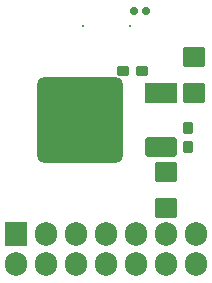
<source format=gbs>
G04*
G04 #@! TF.GenerationSoftware,Altium Limited,Altium Designer,23.2.1 (34)*
G04*
G04 Layer_Color=16711935*
%FSLAX25Y25*%
%MOIN*%
G70*
G04*
G04 #@! TF.SameCoordinates,2D16543A-974C-4BE6-9D28-3C7F8BE36A88*
G04*
G04*
G04 #@! TF.FilePolarity,Negative*
G04*
G01*
G75*
G04:AMPARAMS|DCode=29|XSize=34.94mil|YSize=41.94mil|CornerRadius=9.72mil|HoleSize=0mil|Usage=FLASHONLY|Rotation=0.000|XOffset=0mil|YOffset=0mil|HoleType=Round|Shape=RoundedRectangle|*
%AMROUNDEDRECTD29*
21,1,0.03494,0.02250,0,0,0.0*
21,1,0.01550,0.04194,0,0,0.0*
1,1,0.01944,0.00775,-0.01125*
1,1,0.01944,-0.00775,-0.01125*
1,1,0.01944,-0.00775,0.01125*
1,1,0.01944,0.00775,0.01125*
%
%ADD29ROUNDEDRECTD29*%
G04:AMPARAMS|DCode=30|XSize=34.94mil|YSize=41.94mil|CornerRadius=9.72mil|HoleSize=0mil|Usage=FLASHONLY|Rotation=270.000|XOffset=0mil|YOffset=0mil|HoleType=Round|Shape=RoundedRectangle|*
%AMROUNDEDRECTD30*
21,1,0.03494,0.02250,0,0,270.0*
21,1,0.01550,0.04194,0,0,270.0*
1,1,0.01944,-0.01125,-0.00775*
1,1,0.01944,-0.01125,0.00775*
1,1,0.01944,0.01125,0.00775*
1,1,0.01944,0.01125,-0.00775*
%
%ADD30ROUNDEDRECTD30*%
G04:AMPARAMS|DCode=32|XSize=23.94mil|YSize=28.94mil|CornerRadius=6.97mil|HoleSize=0mil|Usage=FLASHONLY|Rotation=270.000|XOffset=0mil|YOffset=0mil|HoleType=Round|Shape=RoundedRectangle|*
%AMROUNDEDRECTD32*
21,1,0.02394,0.01500,0,0,270.0*
21,1,0.01000,0.02894,0,0,270.0*
1,1,0.01394,-0.00750,-0.00500*
1,1,0.01394,-0.00750,0.00500*
1,1,0.01394,0.00750,0.00500*
1,1,0.01394,0.00750,-0.00500*
%
%ADD32ROUNDEDRECTD32*%
%ADD33C,0.00800*%
%ADD34R,0.07493X0.07887*%
%ADD35O,0.07493X0.07887*%
G04:AMPARAMS|DCode=64|XSize=73.94mil|YSize=63.94mil|CornerRadius=4.97mil|HoleSize=0mil|Usage=FLASHONLY|Rotation=180.000|XOffset=0mil|YOffset=0mil|HoleType=Round|Shape=RoundedRectangle|*
%AMROUNDEDRECTD64*
21,1,0.07394,0.05400,0,0,180.0*
21,1,0.06400,0.06394,0,0,180.0*
1,1,0.00994,-0.03200,0.02700*
1,1,0.00994,0.03200,0.02700*
1,1,0.00994,0.03200,-0.02700*
1,1,0.00994,-0.03200,-0.02700*
%
%ADD64ROUNDEDRECTD64*%
G04:AMPARAMS|DCode=65|XSize=283.59mil|YSize=283.59mil|CornerRadius=17.78mil|HoleSize=0mil|Usage=FLASHONLY|Rotation=0.000|XOffset=0mil|YOffset=0mil|HoleType=Round|Shape=RoundedRectangle|*
%AMROUNDEDRECTD65*
21,1,0.28359,0.24803,0,0,0.0*
21,1,0.24803,0.28359,0,0,0.0*
1,1,0.03556,0.12402,-0.12402*
1,1,0.03556,-0.12402,-0.12402*
1,1,0.03556,-0.12402,0.12402*
1,1,0.03556,0.12402,0.12402*
%
%ADD65ROUNDEDRECTD65*%
G04:AMPARAMS|DCode=66|XSize=106.42mil|YSize=67.06mil|CornerRadius=6.95mil|HoleSize=0mil|Usage=FLASHONLY|Rotation=0.000|XOffset=0mil|YOffset=0mil|HoleType=Round|Shape=RoundedRectangle|*
%AMROUNDEDRECTD66*
21,1,0.10642,0.05315,0,0,0.0*
21,1,0.09252,0.06706,0,0,0.0*
1,1,0.01391,0.04626,-0.02657*
1,1,0.01391,-0.04626,-0.02657*
1,1,0.01391,-0.04626,0.02657*
1,1,0.01391,0.04626,0.02657*
%
%ADD66ROUNDEDRECTD66*%
%ADD67R,0.10642X0.06706*%
D29*
X27167Y-6245D02*
D03*
Y55D02*
D03*
D30*
X5601Y19155D02*
D03*
X11901D02*
D03*
D32*
X9178Y38956D02*
D03*
X13115Y38956D02*
D03*
D33*
X-7873Y34052D02*
D03*
X7875D02*
D03*
D34*
X-30000Y-35433D02*
D03*
D35*
Y-45433D02*
D03*
X-20000Y-35433D02*
D03*
Y-45433D02*
D03*
X-10000Y-35433D02*
D03*
Y-45433D02*
D03*
X0Y-35433D02*
D03*
Y-45433D02*
D03*
X10000Y-35433D02*
D03*
Y-45433D02*
D03*
X20000Y-35433D02*
D03*
Y-45433D02*
D03*
X30000Y-35433D02*
D03*
Y-45433D02*
D03*
D64*
X29117Y23755D02*
D03*
Y11755D02*
D03*
X20000Y-26673D02*
D03*
Y-14672D02*
D03*
D65*
X-8790Y2755D02*
D03*
D66*
X18376Y-6245D02*
D03*
D67*
Y11755D02*
D03*
M02*

</source>
